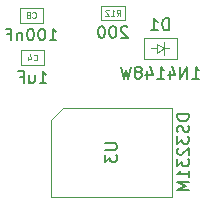
<source format=gbr>
%TF.GenerationSoftware,KiCad,Pcbnew,(5.1.8)-1*%
%TF.CreationDate,2022-11-15T12:17:50-08:00*%
%TF.ProjectId,RetroClock,52657472-6f43-46c6-9f63-6b2e6b696361,rev?*%
%TF.SameCoordinates,Original*%
%TF.FileFunction,Other,Fab,Bot*%
%FSLAX46Y46*%
G04 Gerber Fmt 4.6, Leading zero omitted, Abs format (unit mm)*
G04 Created by KiCad (PCBNEW (5.1.8)-1) date 2022-11-15 12:17:50*
%MOMM*%
%LPD*%
G01*
G04 APERTURE LIST*
%ADD10C,0.100000*%
%ADD11C,0.150000*%
%ADD12C,0.080000*%
G04 APERTURE END LIST*
D10*
%TO.C,D1*%
X187600000Y-132000000D02*
X184800000Y-132000000D01*
X184800000Y-132000000D02*
X184800000Y-133800000D01*
X184800000Y-133800000D02*
X187600000Y-133800000D01*
X187600000Y-133800000D02*
X187600000Y-132000000D01*
X186950000Y-132900000D02*
X186550000Y-132900000D01*
X186550000Y-132900000D02*
X186550000Y-132350000D01*
X186550000Y-132900000D02*
X186550000Y-133450000D01*
X186550000Y-132900000D02*
X185950000Y-132500000D01*
X185950000Y-132500000D02*
X185950000Y-133300000D01*
X185950000Y-133300000D02*
X186550000Y-132900000D01*
X185950000Y-132900000D02*
X185450000Y-132900000D01*
%TO.C,C4*%
X174400000Y-134325000D02*
X176400000Y-134325000D01*
X174400000Y-133075000D02*
X174400000Y-134325000D01*
X176400000Y-133075000D02*
X174400000Y-133075000D01*
X176400000Y-134325000D02*
X176400000Y-133075000D01*
%TO.C,C8*%
X174300000Y-130725000D02*
X176300000Y-130725000D01*
X174300000Y-129475000D02*
X174300000Y-130725000D01*
X176300000Y-129475000D02*
X174300000Y-129475000D01*
X176300000Y-130725000D02*
X176300000Y-129475000D01*
%TO.C,R12*%
X181200000Y-130525000D02*
X183200000Y-130525000D01*
X181200000Y-129275000D02*
X181200000Y-130525000D01*
X183200000Y-129275000D02*
X181200000Y-129275000D01*
X183200000Y-130525000D02*
X183200000Y-129275000D01*
%TO.C,U3*%
X177950000Y-137950000D02*
X176950000Y-138950000D01*
X187250000Y-137950000D02*
X177950000Y-137950000D01*
X187250000Y-145450000D02*
X187250000Y-137950000D01*
X176950000Y-145450000D02*
X187250000Y-145450000D01*
X176950000Y-138950000D02*
X176950000Y-145450000D01*
%TD*%
%TO.C,D1*%
D11*
X188914285Y-135452380D02*
X189485714Y-135452380D01*
X189200000Y-135452380D02*
X189200000Y-134452380D01*
X189295238Y-134595238D01*
X189390476Y-134690476D01*
X189485714Y-134738095D01*
X188485714Y-135452380D02*
X188485714Y-134452380D01*
X187914285Y-135452380D01*
X187914285Y-134452380D01*
X187009523Y-134785714D02*
X187009523Y-135452380D01*
X187247619Y-134404761D02*
X187485714Y-135119047D01*
X186866666Y-135119047D01*
X185961904Y-135452380D02*
X186533333Y-135452380D01*
X186247619Y-135452380D02*
X186247619Y-134452380D01*
X186342857Y-134595238D01*
X186438095Y-134690476D01*
X186533333Y-134738095D01*
X185104761Y-134785714D02*
X185104761Y-135452380D01*
X185342857Y-134404761D02*
X185580952Y-135119047D01*
X184961904Y-135119047D01*
X184438095Y-134880952D02*
X184533333Y-134833333D01*
X184580952Y-134785714D01*
X184628571Y-134690476D01*
X184628571Y-134642857D01*
X184580952Y-134547619D01*
X184533333Y-134500000D01*
X184438095Y-134452380D01*
X184247619Y-134452380D01*
X184152380Y-134500000D01*
X184104761Y-134547619D01*
X184057142Y-134642857D01*
X184057142Y-134690476D01*
X184104761Y-134785714D01*
X184152380Y-134833333D01*
X184247619Y-134880952D01*
X184438095Y-134880952D01*
X184533333Y-134928571D01*
X184580952Y-134976190D01*
X184628571Y-135071428D01*
X184628571Y-135261904D01*
X184580952Y-135357142D01*
X184533333Y-135404761D01*
X184438095Y-135452380D01*
X184247619Y-135452380D01*
X184152380Y-135404761D01*
X184104761Y-135357142D01*
X184057142Y-135261904D01*
X184057142Y-135071428D01*
X184104761Y-134976190D01*
X184152380Y-134928571D01*
X184247619Y-134880952D01*
X183723809Y-134452380D02*
X183485714Y-135452380D01*
X183295238Y-134738095D01*
X183104761Y-135452380D01*
X182866666Y-134452380D01*
X186938095Y-131352380D02*
X186938095Y-130352380D01*
X186700000Y-130352380D01*
X186557142Y-130400000D01*
X186461904Y-130495238D01*
X186414285Y-130590476D01*
X186366666Y-130780952D01*
X186366666Y-130923809D01*
X186414285Y-131114285D01*
X186461904Y-131209523D01*
X186557142Y-131304761D01*
X186700000Y-131352380D01*
X186938095Y-131352380D01*
X185414285Y-131352380D02*
X185985714Y-131352380D01*
X185700000Y-131352380D02*
X185700000Y-130352380D01*
X185795238Y-130495238D01*
X185890476Y-130590476D01*
X185985714Y-130638095D01*
%TO.C,C4*%
X175995238Y-135832380D02*
X176566666Y-135832380D01*
X176280952Y-135832380D02*
X176280952Y-134832380D01*
X176376190Y-134975238D01*
X176471428Y-135070476D01*
X176566666Y-135118095D01*
X175138095Y-135165714D02*
X175138095Y-135832380D01*
X175566666Y-135165714D02*
X175566666Y-135689523D01*
X175519047Y-135784761D01*
X175423809Y-135832380D01*
X175280952Y-135832380D01*
X175185714Y-135784761D01*
X175138095Y-135737142D01*
X174328571Y-135308571D02*
X174661904Y-135308571D01*
X174661904Y-135832380D02*
X174661904Y-134832380D01*
X174185714Y-134832380D01*
D12*
X175483333Y-133878571D02*
X175507142Y-133902380D01*
X175578571Y-133926190D01*
X175626190Y-133926190D01*
X175697619Y-133902380D01*
X175745238Y-133854761D01*
X175769047Y-133807142D01*
X175792857Y-133711904D01*
X175792857Y-133640476D01*
X175769047Y-133545238D01*
X175745238Y-133497619D01*
X175697619Y-133450000D01*
X175626190Y-133426190D01*
X175578571Y-133426190D01*
X175507142Y-133450000D01*
X175483333Y-133473809D01*
X175054761Y-133592857D02*
X175054761Y-133926190D01*
X175173809Y-133402380D02*
X175292857Y-133759523D01*
X174983333Y-133759523D01*
%TO.C,C8*%
D11*
X176847619Y-132232380D02*
X177419047Y-132232380D01*
X177133333Y-132232380D02*
X177133333Y-131232380D01*
X177228571Y-131375238D01*
X177323809Y-131470476D01*
X177419047Y-131518095D01*
X176228571Y-131232380D02*
X176133333Y-131232380D01*
X176038095Y-131280000D01*
X175990476Y-131327619D01*
X175942857Y-131422857D01*
X175895238Y-131613333D01*
X175895238Y-131851428D01*
X175942857Y-132041904D01*
X175990476Y-132137142D01*
X176038095Y-132184761D01*
X176133333Y-132232380D01*
X176228571Y-132232380D01*
X176323809Y-132184761D01*
X176371428Y-132137142D01*
X176419047Y-132041904D01*
X176466666Y-131851428D01*
X176466666Y-131613333D01*
X176419047Y-131422857D01*
X176371428Y-131327619D01*
X176323809Y-131280000D01*
X176228571Y-131232380D01*
X175276190Y-131232380D02*
X175180952Y-131232380D01*
X175085714Y-131280000D01*
X175038095Y-131327619D01*
X174990476Y-131422857D01*
X174942857Y-131613333D01*
X174942857Y-131851428D01*
X174990476Y-132041904D01*
X175038095Y-132137142D01*
X175085714Y-132184761D01*
X175180952Y-132232380D01*
X175276190Y-132232380D01*
X175371428Y-132184761D01*
X175419047Y-132137142D01*
X175466666Y-132041904D01*
X175514285Y-131851428D01*
X175514285Y-131613333D01*
X175466666Y-131422857D01*
X175419047Y-131327619D01*
X175371428Y-131280000D01*
X175276190Y-131232380D01*
X174514285Y-131565714D02*
X174514285Y-132232380D01*
X174514285Y-131660952D02*
X174466666Y-131613333D01*
X174371428Y-131565714D01*
X174228571Y-131565714D01*
X174133333Y-131613333D01*
X174085714Y-131708571D01*
X174085714Y-132232380D01*
X173276190Y-131708571D02*
X173609523Y-131708571D01*
X173609523Y-132232380D02*
X173609523Y-131232380D01*
X173133333Y-131232380D01*
D12*
X175383333Y-130278571D02*
X175407142Y-130302380D01*
X175478571Y-130326190D01*
X175526190Y-130326190D01*
X175597619Y-130302380D01*
X175645238Y-130254761D01*
X175669047Y-130207142D01*
X175692857Y-130111904D01*
X175692857Y-130040476D01*
X175669047Y-129945238D01*
X175645238Y-129897619D01*
X175597619Y-129850000D01*
X175526190Y-129826190D01*
X175478571Y-129826190D01*
X175407142Y-129850000D01*
X175383333Y-129873809D01*
X175097619Y-130040476D02*
X175145238Y-130016666D01*
X175169047Y-129992857D01*
X175192857Y-129945238D01*
X175192857Y-129921428D01*
X175169047Y-129873809D01*
X175145238Y-129850000D01*
X175097619Y-129826190D01*
X175002380Y-129826190D01*
X174954761Y-129850000D01*
X174930952Y-129873809D01*
X174907142Y-129921428D01*
X174907142Y-129945238D01*
X174930952Y-129992857D01*
X174954761Y-130016666D01*
X175002380Y-130040476D01*
X175097619Y-130040476D01*
X175145238Y-130064285D01*
X175169047Y-130088095D01*
X175192857Y-130135714D01*
X175192857Y-130230952D01*
X175169047Y-130278571D01*
X175145238Y-130302380D01*
X175097619Y-130326190D01*
X175002380Y-130326190D01*
X174954761Y-130302380D01*
X174930952Y-130278571D01*
X174907142Y-130230952D01*
X174907142Y-130135714D01*
X174930952Y-130088095D01*
X174954761Y-130064285D01*
X175002380Y-130040476D01*
%TO.C,R12*%
D11*
X183438095Y-131097619D02*
X183390476Y-131050000D01*
X183295238Y-131002380D01*
X183057142Y-131002380D01*
X182961904Y-131050000D01*
X182914285Y-131097619D01*
X182866666Y-131192857D01*
X182866666Y-131288095D01*
X182914285Y-131430952D01*
X183485714Y-132002380D01*
X182866666Y-132002380D01*
X182247619Y-131002380D02*
X182152380Y-131002380D01*
X182057142Y-131050000D01*
X182009523Y-131097619D01*
X181961904Y-131192857D01*
X181914285Y-131383333D01*
X181914285Y-131621428D01*
X181961904Y-131811904D01*
X182009523Y-131907142D01*
X182057142Y-131954761D01*
X182152380Y-132002380D01*
X182247619Y-132002380D01*
X182342857Y-131954761D01*
X182390476Y-131907142D01*
X182438095Y-131811904D01*
X182485714Y-131621428D01*
X182485714Y-131383333D01*
X182438095Y-131192857D01*
X182390476Y-131097619D01*
X182342857Y-131050000D01*
X182247619Y-131002380D01*
X181295238Y-131002380D02*
X181200000Y-131002380D01*
X181104761Y-131050000D01*
X181057142Y-131097619D01*
X181009523Y-131192857D01*
X180961904Y-131383333D01*
X180961904Y-131621428D01*
X181009523Y-131811904D01*
X181057142Y-131907142D01*
X181104761Y-131954761D01*
X181200000Y-132002380D01*
X181295238Y-132002380D01*
X181390476Y-131954761D01*
X181438095Y-131907142D01*
X181485714Y-131811904D01*
X181533333Y-131621428D01*
X181533333Y-131383333D01*
X181485714Y-131192857D01*
X181438095Y-131097619D01*
X181390476Y-131050000D01*
X181295238Y-131002380D01*
D12*
X182521428Y-130126190D02*
X182688095Y-129888095D01*
X182807142Y-130126190D02*
X182807142Y-129626190D01*
X182616666Y-129626190D01*
X182569047Y-129650000D01*
X182545238Y-129673809D01*
X182521428Y-129721428D01*
X182521428Y-129792857D01*
X182545238Y-129840476D01*
X182569047Y-129864285D01*
X182616666Y-129888095D01*
X182807142Y-129888095D01*
X182045238Y-130126190D02*
X182330952Y-130126190D01*
X182188095Y-130126190D02*
X182188095Y-129626190D01*
X182235714Y-129697619D01*
X182283333Y-129745238D01*
X182330952Y-129769047D01*
X181854761Y-129673809D02*
X181830952Y-129650000D01*
X181783333Y-129626190D01*
X181664285Y-129626190D01*
X181616666Y-129650000D01*
X181592857Y-129673809D01*
X181569047Y-129721428D01*
X181569047Y-129769047D01*
X181592857Y-129840476D01*
X181878571Y-130126190D01*
X181569047Y-130126190D01*
%TO.C,U3*%
D11*
X188652380Y-138485714D02*
X187652380Y-138485714D01*
X187652380Y-138723809D01*
X187700000Y-138866666D01*
X187795238Y-138961904D01*
X187890476Y-139009523D01*
X188080952Y-139057142D01*
X188223809Y-139057142D01*
X188414285Y-139009523D01*
X188509523Y-138961904D01*
X188604761Y-138866666D01*
X188652380Y-138723809D01*
X188652380Y-138485714D01*
X188604761Y-139438095D02*
X188652380Y-139580952D01*
X188652380Y-139819047D01*
X188604761Y-139914285D01*
X188557142Y-139961904D01*
X188461904Y-140009523D01*
X188366666Y-140009523D01*
X188271428Y-139961904D01*
X188223809Y-139914285D01*
X188176190Y-139819047D01*
X188128571Y-139628571D01*
X188080952Y-139533333D01*
X188033333Y-139485714D01*
X187938095Y-139438095D01*
X187842857Y-139438095D01*
X187747619Y-139485714D01*
X187700000Y-139533333D01*
X187652380Y-139628571D01*
X187652380Y-139866666D01*
X187700000Y-140009523D01*
X187652380Y-140342857D02*
X187652380Y-140961904D01*
X188033333Y-140628571D01*
X188033333Y-140771428D01*
X188080952Y-140866666D01*
X188128571Y-140914285D01*
X188223809Y-140961904D01*
X188461904Y-140961904D01*
X188557142Y-140914285D01*
X188604761Y-140866666D01*
X188652380Y-140771428D01*
X188652380Y-140485714D01*
X188604761Y-140390476D01*
X188557142Y-140342857D01*
X187747619Y-141342857D02*
X187700000Y-141390476D01*
X187652380Y-141485714D01*
X187652380Y-141723809D01*
X187700000Y-141819047D01*
X187747619Y-141866666D01*
X187842857Y-141914285D01*
X187938095Y-141914285D01*
X188080952Y-141866666D01*
X188652380Y-141295238D01*
X188652380Y-141914285D01*
X187652380Y-142247619D02*
X187652380Y-142866666D01*
X188033333Y-142533333D01*
X188033333Y-142676190D01*
X188080952Y-142771428D01*
X188128571Y-142819047D01*
X188223809Y-142866666D01*
X188461904Y-142866666D01*
X188557142Y-142819047D01*
X188604761Y-142771428D01*
X188652380Y-142676190D01*
X188652380Y-142390476D01*
X188604761Y-142295238D01*
X188557142Y-142247619D01*
X188652380Y-143819047D02*
X188652380Y-143247619D01*
X188652380Y-143533333D02*
X187652380Y-143533333D01*
X187795238Y-143438095D01*
X187890476Y-143342857D01*
X187938095Y-143247619D01*
X188652380Y-144247619D02*
X187652380Y-144247619D01*
X188366666Y-144580952D01*
X187652380Y-144914285D01*
X188652380Y-144914285D01*
X181552380Y-140938095D02*
X182361904Y-140938095D01*
X182457142Y-140985714D01*
X182504761Y-141033333D01*
X182552380Y-141128571D01*
X182552380Y-141319047D01*
X182504761Y-141414285D01*
X182457142Y-141461904D01*
X182361904Y-141509523D01*
X181552380Y-141509523D01*
X181552380Y-141890476D02*
X181552380Y-142509523D01*
X181933333Y-142176190D01*
X181933333Y-142319047D01*
X181980952Y-142414285D01*
X182028571Y-142461904D01*
X182123809Y-142509523D01*
X182361904Y-142509523D01*
X182457142Y-142461904D01*
X182504761Y-142414285D01*
X182552380Y-142319047D01*
X182552380Y-142033333D01*
X182504761Y-141938095D01*
X182457142Y-141890476D01*
%TD*%
M02*

</source>
